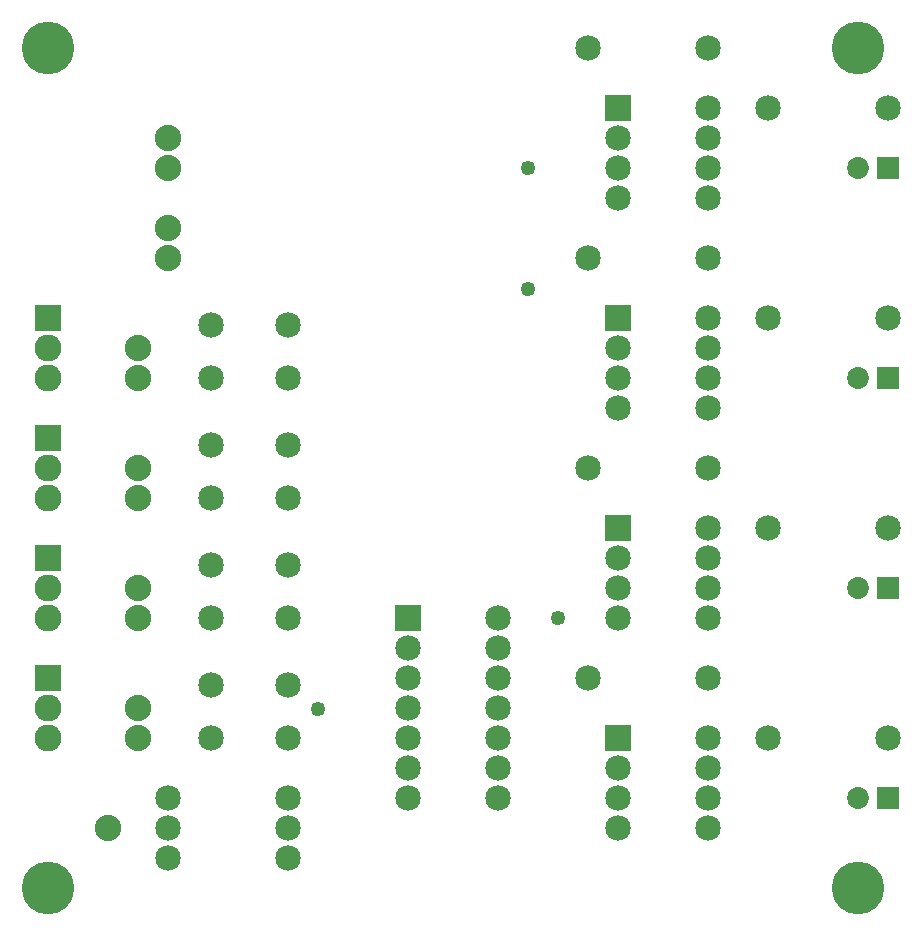
<source format=gts>
G04 MADE WITH FRITZING*
G04 WWW.FRITZING.ORG*
G04 DOUBLE SIDED*
G04 HOLES PLATED*
G04 CONTOUR ON CENTER OF CONTOUR VECTOR*
%ASAXBY*%
%FSLAX23Y23*%
%MOIN*%
%OFA0B0*%
%SFA1.0B1.0*%
%ADD10C,0.090000*%
%ADD11C,0.049370*%
%ADD12C,0.085000*%
%ADD13C,0.072992*%
%ADD14C,0.088000*%
%ADD15C,0.175354*%
%ADD16R,0.090000X0.090000*%
%ADD17R,0.085000X0.085000*%
%ADD18R,0.072992X0.072992*%
%LNMASK1*%
G90*
G70*
G54D10*
X257Y850D03*
X257Y750D03*
X257Y650D03*
G54D11*
X1957Y1050D03*
G54D10*
X257Y1650D03*
X257Y1550D03*
X257Y1450D03*
X257Y2050D03*
X257Y1950D03*
X257Y1850D03*
X257Y1250D03*
X257Y1150D03*
X257Y1050D03*
G54D12*
X2157Y1350D03*
X2457Y1350D03*
X2157Y1250D03*
X2457Y1250D03*
X2157Y1150D03*
X2457Y1150D03*
X2157Y1050D03*
X2457Y1050D03*
X2057Y1550D03*
X2457Y1550D03*
X2657Y1350D03*
X3057Y1350D03*
G54D13*
X3055Y1150D03*
X2957Y1150D03*
G54D12*
X1057Y1050D03*
X801Y1050D03*
X1057Y1227D03*
X801Y1227D03*
G54D14*
X657Y2350D03*
X657Y2250D03*
G54D11*
X1157Y749D03*
X1857Y2550D03*
X1857Y2149D03*
G54D15*
X2957Y2950D03*
X2957Y150D03*
X257Y150D03*
X257Y2950D03*
G54D14*
X557Y750D03*
X557Y650D03*
X557Y1150D03*
X557Y1050D03*
X557Y1550D03*
X557Y1450D03*
X557Y1950D03*
X557Y1850D03*
X457Y350D03*
X657Y2650D03*
X657Y2550D03*
G54D12*
X1057Y350D03*
X657Y350D03*
X1457Y1050D03*
X1757Y1050D03*
X1457Y950D03*
X1757Y950D03*
X1457Y850D03*
X1757Y850D03*
X1457Y750D03*
X1757Y750D03*
X1457Y650D03*
X1757Y650D03*
X1457Y550D03*
X1757Y550D03*
X1457Y450D03*
X1757Y450D03*
X2157Y650D03*
X2457Y650D03*
X2157Y550D03*
X2457Y550D03*
X2157Y450D03*
X2457Y450D03*
X2157Y350D03*
X2457Y350D03*
X2057Y850D03*
X2457Y850D03*
X657Y250D03*
X1057Y250D03*
X2157Y2050D03*
X2457Y2050D03*
X2157Y1950D03*
X2457Y1950D03*
X2157Y1850D03*
X2457Y1850D03*
X2157Y1750D03*
X2457Y1750D03*
X2057Y2250D03*
X2457Y2250D03*
X2157Y2750D03*
X2457Y2750D03*
X2157Y2650D03*
X2457Y2650D03*
X2157Y2550D03*
X2457Y2550D03*
X2157Y2450D03*
X2457Y2450D03*
X2057Y2950D03*
X2457Y2950D03*
X1057Y450D03*
X657Y450D03*
G54D13*
X3055Y2550D03*
X2957Y2550D03*
X3055Y450D03*
X2957Y450D03*
X3055Y1850D03*
X2957Y1850D03*
G54D12*
X1057Y650D03*
X801Y650D03*
X1057Y827D03*
X801Y827D03*
X1057Y1450D03*
X801Y1450D03*
X1057Y1627D03*
X801Y1627D03*
X1057Y1850D03*
X801Y1850D03*
X1057Y2027D03*
X801Y2027D03*
X2657Y650D03*
X3057Y650D03*
X2657Y2050D03*
X3057Y2050D03*
X2657Y2750D03*
X3057Y2750D03*
G54D16*
X257Y850D03*
X257Y1650D03*
X257Y2050D03*
X257Y1250D03*
G54D17*
X2157Y1350D03*
G54D18*
X3055Y1150D03*
G54D17*
X1457Y1050D03*
X2157Y650D03*
X2157Y2050D03*
X2157Y2750D03*
G54D18*
X3055Y2550D03*
X3055Y450D03*
X3055Y1850D03*
G04 End of Mask1*
M02*
</source>
